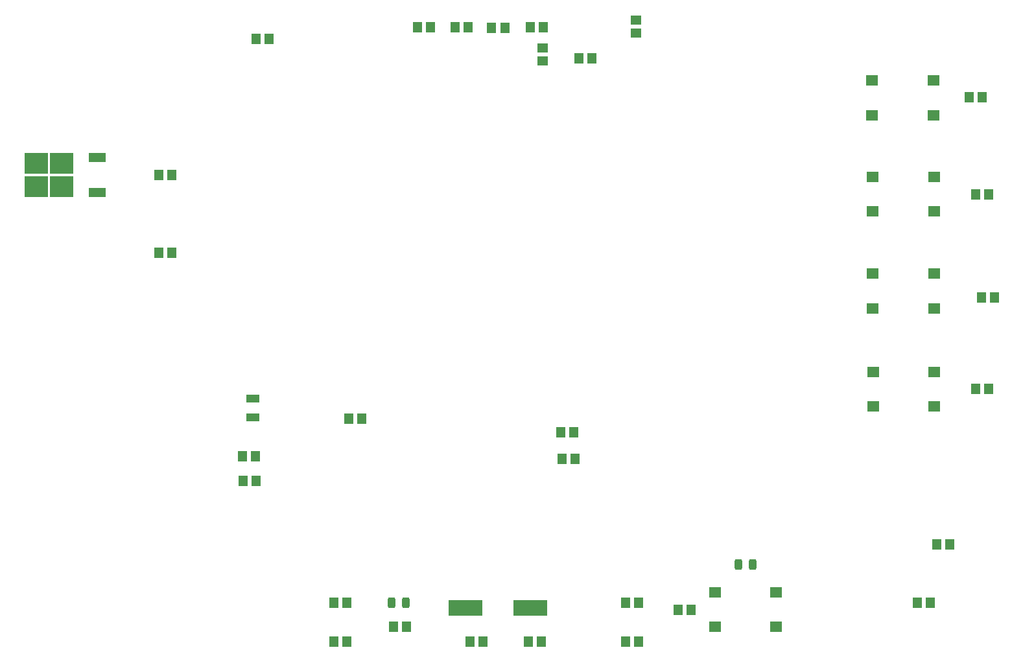
<source format=gbr>
%TF.GenerationSoftware,KiCad,Pcbnew,(6.0.5)*%
%TF.CreationDate,2022-07-22T19:51:40-04:00*%
%TF.ProjectId,Kyamaries-HPS-Clock,4b79616d-6172-4696-9573-2d4850532d43,rev?*%
%TF.SameCoordinates,PX4cdb1d4PY8a63396*%
%TF.FileFunction,Paste,Top*%
%TF.FilePolarity,Positive*%
%FSLAX46Y46*%
G04 Gerber Fmt 4.6, Leading zero omitted, Abs format (unit mm)*
G04 Created by KiCad (PCBNEW (6.0.5)) date 2022-07-22 19:51:40*
%MOMM*%
%LPD*%
G01*
G04 APERTURE LIST*
G04 Aperture macros list*
%AMRoundRect*
0 Rectangle with rounded corners*
0 $1 Rounding radius*
0 $2 $3 $4 $5 $6 $7 $8 $9 X,Y pos of 4 corners*
0 Add a 4 corners polygon primitive as box body*
4,1,4,$2,$3,$4,$5,$6,$7,$8,$9,$2,$3,0*
0 Add four circle primitives for the rounded corners*
1,1,$1+$1,$2,$3*
1,1,$1+$1,$4,$5*
1,1,$1+$1,$6,$7*
1,1,$1+$1,$8,$9*
0 Add four rect primitives between the rounded corners*
20,1,$1+$1,$2,$3,$4,$5,0*
20,1,$1+$1,$4,$5,$6,$7,0*
20,1,$1+$1,$6,$7,$8,$9,0*
20,1,$1+$1,$8,$9,$2,$3,0*%
G04 Aperture macros list end*
%ADD10R,1.150000X1.400000*%
%ADD11R,1.600000X1.400000*%
%ADD12R,1.400000X1.150000*%
%ADD13RoundRect,0.243750X0.243750X0.456250X-0.243750X0.456250X-0.243750X-0.456250X0.243750X-0.456250X0*%
%ADD14RoundRect,0.243750X-0.243750X-0.456250X0.243750X-0.456250X0.243750X0.456250X-0.243750X0.456250X0*%
%ADD15R,3.050000X2.750000*%
%ADD16R,2.200000X1.200000*%
%ADD17R,1.800000X1.000000*%
%ADD18R,4.500000X2.000000*%
G04 APERTURE END LIST*
D10*
%TO.C,R13*%
X93054905Y9561456D03*
X94754905Y9561456D03*
%TD*%
%TO.C,R15*%
X73718517Y85674410D03*
X75418517Y85674410D03*
%TD*%
%TO.C,C1*%
X48100732Y10489910D03*
X49800732Y10489910D03*
%TD*%
%TO.C,R18*%
X58966402Y85731722D03*
X60666402Y85731722D03*
%TD*%
D11*
%TO.C,SW4*%
X118494319Y40701435D03*
X126494319Y40701435D03*
X118494319Y36201435D03*
X126494319Y36201435D03*
%TD*%
D10*
%TO.C,C3*%
X124300732Y10489910D03*
X126000732Y10489910D03*
%TD*%
%TO.C,R6*%
X55819948Y7389407D03*
X57519948Y7389407D03*
%TD*%
D11*
%TO.C,SW2*%
X118442738Y66182361D03*
X126442738Y66182361D03*
X118442738Y61682361D03*
X126442738Y61682361D03*
%TD*%
D10*
%TO.C,R11*%
X134372485Y50395442D03*
X132672485Y50395442D03*
%TD*%
D11*
%TO.C,SW3*%
X118468529Y53493479D03*
X126468529Y53493479D03*
X118468529Y48993479D03*
X126468529Y48993479D03*
%TD*%
D12*
%TO.C,C12*%
X87510705Y86655424D03*
X87510705Y84955424D03*
%TD*%
D10*
%TO.C,R8*%
X131070732Y76529910D03*
X132770732Y76529910D03*
%TD*%
%TO.C,R2*%
X87900732Y10489910D03*
X86200732Y10489910D03*
%TD*%
D13*
%TO.C,D2*%
X102785852Y15476057D03*
X100910852Y15476057D03*
%TD*%
D10*
%TO.C,R17*%
X63908480Y85674410D03*
X65608480Y85674410D03*
%TD*%
D12*
%TO.C,R14*%
X75313574Y82959602D03*
X75313574Y81259602D03*
%TD*%
D10*
%TO.C,C6*%
X73500732Y5409910D03*
X75200732Y5409910D03*
%TD*%
%TO.C,C4*%
X48100732Y5409910D03*
X49800732Y5409910D03*
%TD*%
D14*
%TO.C,D1*%
X55633232Y10489910D03*
X57508232Y10489910D03*
%TD*%
D10*
%TO.C,C7*%
X65880732Y5409910D03*
X67580732Y5409910D03*
%TD*%
%TO.C,C13*%
X80042188Y81605257D03*
X81742188Y81605257D03*
%TD*%
D11*
%TO.C,SW5*%
X97813964Y11863037D03*
X105813964Y11863037D03*
X97813964Y7363037D03*
X105813964Y7363037D03*
%TD*%
D15*
%TO.C,U2*%
X12525732Y64844910D03*
X9175732Y67894910D03*
X9175732Y64844910D03*
X12525732Y67894910D03*
D16*
X17150732Y64089910D03*
X17150732Y68649910D03*
%TD*%
D10*
%TO.C,C10*%
X36229590Y26414771D03*
X37929590Y26414771D03*
%TD*%
%TO.C,C2*%
X25240732Y56209910D03*
X26940732Y56209910D03*
%TD*%
%TO.C,C11*%
X50045435Y34550493D03*
X51745435Y34550493D03*
%TD*%
%TO.C,R1*%
X126840732Y18109910D03*
X128540732Y18109910D03*
%TD*%
%TO.C,R5*%
X86200732Y5409910D03*
X87900732Y5409910D03*
%TD*%
%TO.C,R3*%
X77669413Y32810536D03*
X79369413Y32810536D03*
%TD*%
D11*
%TO.C,SW1*%
X118378618Y78728330D03*
X126378618Y78728330D03*
X118378618Y74228330D03*
X126378618Y74228330D03*
%TD*%
D10*
%TO.C,R10*%
X131920732Y63829910D03*
X133620732Y63829910D03*
%TD*%
%TO.C,R9*%
X39640732Y84149910D03*
X37940732Y84149910D03*
%TD*%
%TO.C,R16*%
X68686521Y85640023D03*
X70386521Y85640023D03*
%TD*%
D17*
%TO.C,Y2*%
X37498661Y37231905D03*
X37498661Y34731905D03*
%TD*%
D18*
%TO.C,Y1*%
X65220842Y9862204D03*
X73720842Y9862204D03*
%TD*%
D10*
%TO.C,R7*%
X36105570Y29614491D03*
X37805570Y29614491D03*
%TD*%
%TO.C,R4*%
X77899766Y29326948D03*
X79599766Y29326948D03*
%TD*%
%TO.C,C5*%
X25240732Y66369910D03*
X26940732Y66369910D03*
%TD*%
%TO.C,R12*%
X131920732Y38429910D03*
X133620732Y38429910D03*
%TD*%
M02*

</source>
